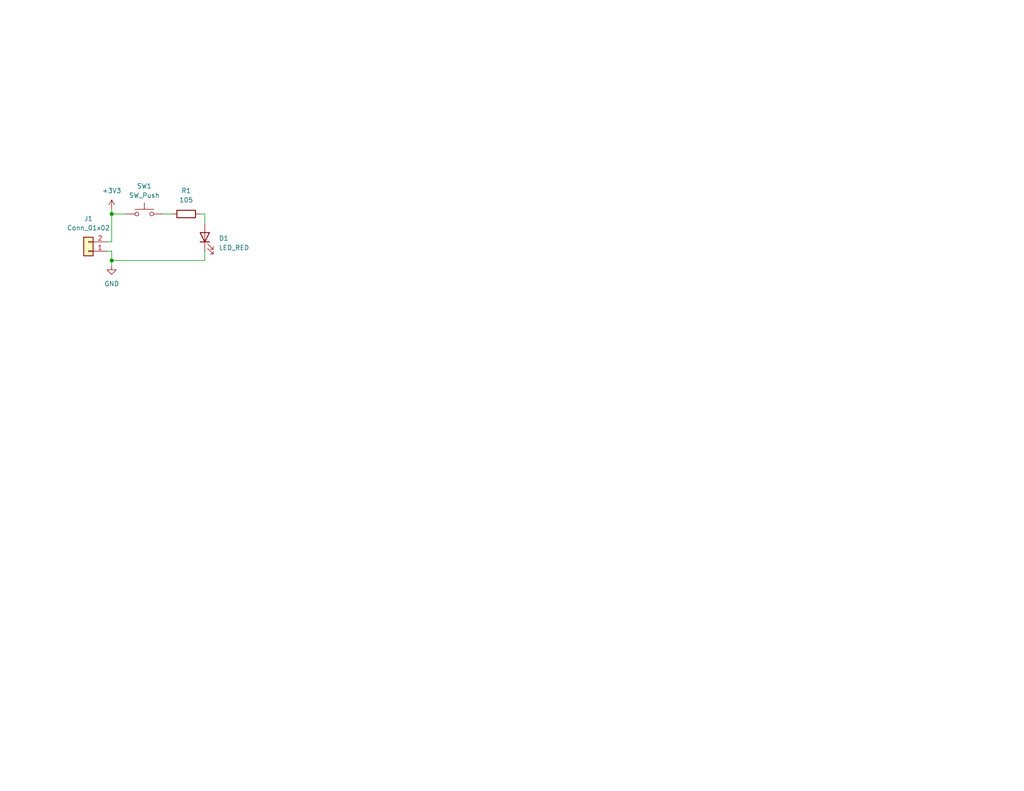
<source format=kicad_sch>
(kicad_sch (version 20230121) (generator eeschema)
  (paper "USLetter")
  (title_block (title "LED Circuit ") (date "2022-08-16") (rev "0.0") (company "Illini Solar Car") (comment 1 "Designed By: Michael Li"))
  (lib_symbols
    (symbol "Connector_Generic:Conn_01x02" (pin_names (offset 1.016) hide)
      (property "Reference" "J" (at 0 2.54 0))
      (property "Value" "Conn_01x02" (at 0 -5.08 0))
      (symbol "Conn_01x02_1_1"
        (rectangle (start -1.27 -2.413) (end 0 -2.667) (stroke (width 0.1524)))
        (rectangle (start -1.27 0.127) (end 0 -0.127) (stroke (width 0.1524)))
        (rectangle (start -1.27 1.27) (end 1.27 -3.81) (stroke (width 0.254)) (fill (type background)))
        (pin passive line (at -5.08 0 0) (length 3.81) (name "Pin_1") (number "1"))
        (pin passive line (at -5.08 -2.54 0) (length 3.81) (name "Pin_2") (number "2"))
      )
    )
    (symbol "Device:R" (pin_numbers hide) (pin_names (offset 0))
      (property "Reference" "R" (at 2.032 0 90))
      (property "Value" "R" (at 0 0 90))
      (symbol "R_0_1"
        (rectangle (start -1.016 -2.54) (end 1.016 2.54) (stroke (width 0.254)))
      )
      (symbol "R_1_1"
        (pin passive line (at 0 3.81 270) (length 1.27) (name "~") (number "1"))
        (pin passive line (at 0 -3.81 90) (length 1.27) (name "~") (number "2"))
      )
    )
    (symbol "Switch:SW_Push" (pin_numbers hide) (pin_names (offset 1.016) hide)
      (property "Reference" "SW" (at 1.27 2.54 0))
      (property "Value" "SW_Push" (at 0 -1.524 0))
      (symbol "SW_Push_0_1"
        (circle (center -2.032 0) (radius 0.508))
        (polyline (pts (xy 0 1.27) (xy 0 3.048)))
        (polyline (pts (xy 2.54 1.27) (xy -2.54 1.27)))
        (circle (center 2.032 0) (radius 0.508))
        (pin passive line (at -5.08 0 0) (length 2.54) (name "1") (number "1"))
        (pin passive line (at 5.08 0 180) (length 2.54) (name "2") (number "2"))
      )
    )
    (symbol "device:LED" (pin_numbers hide) (pin_names (offset 1.016) hide)
      (property "Reference" "D" (at 0 2.54 0))
      (property "Value" "LED" (at 0 -2.54 0))
      (symbol "LED_0_1"
        (polyline (pts (xy -1.27 -1.27) (xy -1.27 1.27)) (stroke (width 0.254)))
        (polyline (pts (xy -1.27 0) (xy 1.27 0)))
        (polyline (pts (xy 1.27 -1.27) (xy 1.27 1.27) (xy -1.27 0) (xy 1.27 -1.27)) (stroke (width 0.254)))
        (polyline (pts (xy -3.048 -0.762) (xy -4.572 -2.286) (xy -3.81 -2.286) (xy -4.572 -2.286) (xy -4.572 -1.524)))
        (polyline (pts (xy -1.778 -0.762) (xy -3.302 -2.286) (xy -2.54 -2.286) (xy -3.302 -2.286) (xy -3.302 -1.524)))
      )
      (symbol "LED_1_1"
        (pin passive line (at -3.81 0 0) (length 2.54) (name "K") (number "1"))
        (pin passive line (at 3.81 0 180) (length 2.54) (name "A") (number "2"))
      )
    )
    (symbol "power:+3V3" (power) (pin_names (offset 0))
      (property "Value" "+3V3" (at 0 3.556 0))
      (symbol "+3V3_0_1"
        (polyline (pts (xy -0.762 1.27) (xy 0 2.54)))
        (polyline (pts (xy 0 0) (xy 0 2.54)))
        (polyline (pts (xy 0 2.54) (xy 0.762 1.27)))
      )
      (symbol "+3V3_1_1"
        (pin power_in line (at 0 0 90) (length 0) hide (name "+3V3") (number "1"))
      )
    )
    (symbol "power:GND" (power) (pin_names (offset 0))
      (property "Value" "GND" (at 0 -3.81 0))
      (symbol "GND_0_1"
        (polyline (pts (xy 0 0) (xy 0 -1.27) (xy 1.27 -1.27) (xy 0 -2.54) (xy -1.27 -1.27) (xy 0 -1.27)))
      )
      (symbol "GND_1_1"
        (pin power_in line (at 0 0 270) (length 0) hide (name "GND") (number "1"))
      )
    )
  )
  (junction (at 30.48 71.12))
  (junction (at 30.48 58.42))
  (wire (pts (xy 54.61 58.42) (xy 55.88 58.42)))
  (wire (pts (xy 30.48 57.15) (xy 30.48 58.42)))
  (wire (pts (xy 55.88 68.58) (xy 55.88 71.12)))
  (wire (pts (xy 29.21 68.58) (xy 30.48 68.58)))
  (wire (pts (xy 30.48 66.04) (xy 29.21 66.04)))
  (wire (pts (xy 55.88 58.42) (xy 55.88 60.96)))
  (wire (pts (xy 30.48 68.58) (xy 30.48 71.12)))
  (wire (pts (xy 30.48 71.12) (xy 55.88 71.12)))
  (wire (pts (xy 30.48 71.12) (xy 30.48 72.39)))
  (wire (pts (xy 44.45 58.42) (xy 46.99 58.42)))
  (wire (pts (xy 30.48 58.42) (xy 34.29 58.42)))
  (wire (pts (xy 30.48 58.42) (xy 30.48 66.04)))
  (symbol (lib_id "power:GND") (at 30.48 72.39 0) (unit 1)
    (property "Reference" "#PWR02" (effects hide))
    (property "Value" "GND" (at 30.48 77.47 0))
  )
  (symbol (lib_id "Device:R") (at 50.8 58.42 270) (unit 1)
    (property "Reference" "R1" (at 50.8 52.07 90))
    (property "Value" "105" (at 50.8 54.61 90))
    (property "Footprint" "Resistor_SMD:R_0603_1608Metric_Pad0.98x0.95mm_HandSolder" (effects hide))
  )
  (symbol (lib_id "device:LED") (at 55.88 64.77 90) (unit 1)
    (property "Reference" "D1" (at 59.69 65.0875 90) (effects (justify right)))
    (property "Value" "LED_RED" (at 59.69 67.6275 90) (effects (justify right)))
    (property "Footprint" "layout:LED_0603_Symbol_on_F.SilkS" (effects hide))
    (property "Notes" "RED LED!" (effects hide))
  )
  (symbol (lib_id "power:+3V3") (at 30.48 57.15 0) (unit 1)
    (property "Reference" "#PWR01" (effects hide))
    (property "Value" "+3V3" (at 30.48 52.07 0))
  )
  (symbol (lib_id "Switch:SW_Push") (at 39.37 58.42 0) (unit 1)
    (property "Reference" "SW1" (at 39.37 50.8 0))
    (property "Value" "SW_Push" (at 39.37 53.34 0))
    (property "Footprint" "Button_Switch_SMD:SW_DIP_SPSTx01_Slide_6.7x4.1mm_W8.61mm_P2.54mm_LowProfile" (effects hide))
    (property "Datasheet" "https://www.te.com/usa-en/product-1825910-6.datasheet.pdf" (effects hide))
    (property "MPN" "1825910-6" (effects hide))
  )
  (symbol (lib_id "Connector_Generic:Conn_01x02") (at 24.13 68.58 180) (unit 1)
    (property "Reference" "J1" (at 24.13 59.69 0))
    (property "Value" "Conn_01x02" (at 24.13 62.23 0))
    (property "Footprint" "Connector_Molex:Molex_KK-254_AE-6410-02A_1x02_P2.54mm_Vertical" (effects hide))
    (property "Datasheet" "https://tools.molex.com/pdm_docs/sd/022272021_sd.pdf" (effects hide))
    (property "MPN" "022272021" (effects hide))
  )
)
</source>
